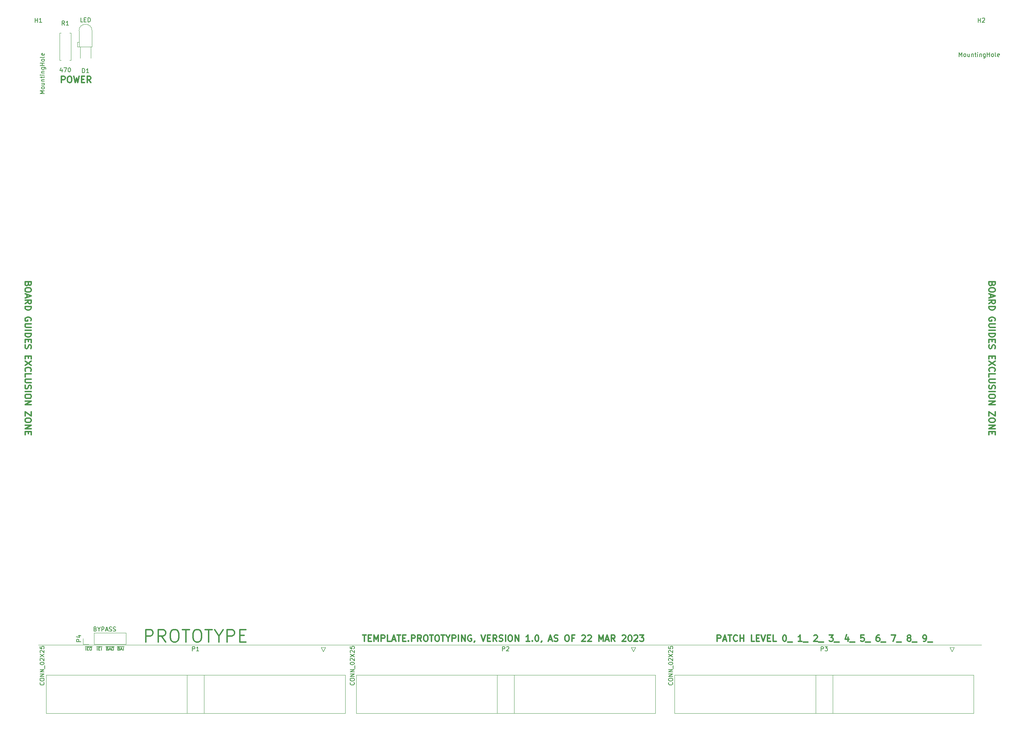
<source format=gbr>
%TF.GenerationSoftware,KiCad,Pcbnew,(6.0.11)*%
%TF.CreationDate,2023-09-03T08:35:34-04:00*%
%TF.ProjectId,template.prototyping,74656d70-6c61-4746-952e-70726f746f74,rev?*%
%TF.SameCoordinates,Original*%
%TF.FileFunction,Legend,Top*%
%TF.FilePolarity,Positive*%
%FSLAX46Y46*%
G04 Gerber Fmt 4.6, Leading zero omitted, Abs format (unit mm)*
G04 Created by KiCad (PCBNEW (6.0.11)) date 2023-09-03 08:35:34*
%MOMM*%
%LPD*%
G01*
G04 APERTURE LIST*
%ADD10C,0.120000*%
%ADD11C,0.300000*%
%ADD12C,0.175000*%
%ADD13C,0.150000*%
G04 APERTURE END LIST*
D10*
X40000000Y-220000000D02*
X265000000Y-220000000D01*
D11*
X267607142Y-133785714D02*
X267535714Y-134000000D01*
X267464285Y-134071428D01*
X267321428Y-134142857D01*
X267107142Y-134142857D01*
X266964285Y-134071428D01*
X266892857Y-134000000D01*
X266821428Y-133857142D01*
X266821428Y-133285714D01*
X268321428Y-133285714D01*
X268321428Y-133785714D01*
X268250000Y-133928571D01*
X268178571Y-134000000D01*
X268035714Y-134071428D01*
X267892857Y-134071428D01*
X267750000Y-134000000D01*
X267678571Y-133928571D01*
X267607142Y-133785714D01*
X267607142Y-133285714D01*
X268321428Y-135071428D02*
X268321428Y-135357142D01*
X268250000Y-135500000D01*
X268107142Y-135642857D01*
X267821428Y-135714285D01*
X267321428Y-135714285D01*
X267035714Y-135642857D01*
X266892857Y-135500000D01*
X266821428Y-135357142D01*
X266821428Y-135071428D01*
X266892857Y-134928571D01*
X267035714Y-134785714D01*
X267321428Y-134714285D01*
X267821428Y-134714285D01*
X268107142Y-134785714D01*
X268250000Y-134928571D01*
X268321428Y-135071428D01*
X267250000Y-136285714D02*
X267250000Y-137000000D01*
X266821428Y-136142857D02*
X268321428Y-136642857D01*
X266821428Y-137142857D01*
X266821428Y-138500000D02*
X267535714Y-138000000D01*
X266821428Y-137642857D02*
X268321428Y-137642857D01*
X268321428Y-138214285D01*
X268250000Y-138357142D01*
X268178571Y-138428571D01*
X268035714Y-138500000D01*
X267821428Y-138500000D01*
X267678571Y-138428571D01*
X267607142Y-138357142D01*
X267535714Y-138214285D01*
X267535714Y-137642857D01*
X266821428Y-139142857D02*
X268321428Y-139142857D01*
X268321428Y-139500000D01*
X268250000Y-139714285D01*
X268107142Y-139857142D01*
X267964285Y-139928571D01*
X267678571Y-140000000D01*
X267464285Y-140000000D01*
X267178571Y-139928571D01*
X267035714Y-139857142D01*
X266892857Y-139714285D01*
X266821428Y-139500000D01*
X266821428Y-139142857D01*
X268250000Y-142571428D02*
X268321428Y-142428571D01*
X268321428Y-142214285D01*
X268250000Y-142000000D01*
X268107142Y-141857142D01*
X267964285Y-141785714D01*
X267678571Y-141714285D01*
X267464285Y-141714285D01*
X267178571Y-141785714D01*
X267035714Y-141857142D01*
X266892857Y-142000000D01*
X266821428Y-142214285D01*
X266821428Y-142357142D01*
X266892857Y-142571428D01*
X266964285Y-142642857D01*
X267464285Y-142642857D01*
X267464285Y-142357142D01*
X268321428Y-143285714D02*
X267107142Y-143285714D01*
X266964285Y-143357142D01*
X266892857Y-143428571D01*
X266821428Y-143571428D01*
X266821428Y-143857142D01*
X266892857Y-144000000D01*
X266964285Y-144071428D01*
X267107142Y-144142857D01*
X268321428Y-144142857D01*
X266821428Y-144857142D02*
X268321428Y-144857142D01*
X266821428Y-145571428D02*
X268321428Y-145571428D01*
X268321428Y-145928571D01*
X268250000Y-146142857D01*
X268107142Y-146285714D01*
X267964285Y-146357142D01*
X267678571Y-146428571D01*
X267464285Y-146428571D01*
X267178571Y-146357142D01*
X267035714Y-146285714D01*
X266892857Y-146142857D01*
X266821428Y-145928571D01*
X266821428Y-145571428D01*
X267607142Y-147071428D02*
X267607142Y-147571428D01*
X266821428Y-147785714D02*
X266821428Y-147071428D01*
X268321428Y-147071428D01*
X268321428Y-147785714D01*
X266892857Y-148357142D02*
X266821428Y-148571428D01*
X266821428Y-148928571D01*
X266892857Y-149071428D01*
X266964285Y-149142857D01*
X267107142Y-149214285D01*
X267250000Y-149214285D01*
X267392857Y-149142857D01*
X267464285Y-149071428D01*
X267535714Y-148928571D01*
X267607142Y-148642857D01*
X267678571Y-148500000D01*
X267750000Y-148428571D01*
X267892857Y-148357142D01*
X268035714Y-148357142D01*
X268178571Y-148428571D01*
X268250000Y-148500000D01*
X268321428Y-148642857D01*
X268321428Y-149000000D01*
X268250000Y-149214285D01*
X267607142Y-151000000D02*
X267607142Y-151500000D01*
X266821428Y-151714285D02*
X266821428Y-151000000D01*
X268321428Y-151000000D01*
X268321428Y-151714285D01*
X268321428Y-152214285D02*
X266821428Y-153214285D01*
X268321428Y-153214285D02*
X266821428Y-152214285D01*
X266964285Y-154642857D02*
X266892857Y-154571428D01*
X266821428Y-154357142D01*
X266821428Y-154214285D01*
X266892857Y-154000000D01*
X267035714Y-153857142D01*
X267178571Y-153785714D01*
X267464285Y-153714285D01*
X267678571Y-153714285D01*
X267964285Y-153785714D01*
X268107142Y-153857142D01*
X268250000Y-154000000D01*
X268321428Y-154214285D01*
X268321428Y-154357142D01*
X268250000Y-154571428D01*
X268178571Y-154642857D01*
X266821428Y-156000000D02*
X266821428Y-155285714D01*
X268321428Y-155285714D01*
X268321428Y-156500000D02*
X267107142Y-156500000D01*
X266964285Y-156571428D01*
X266892857Y-156642857D01*
X266821428Y-156785714D01*
X266821428Y-157071428D01*
X266892857Y-157214285D01*
X266964285Y-157285714D01*
X267107142Y-157357142D01*
X268321428Y-157357142D01*
X266892857Y-158000000D02*
X266821428Y-158214285D01*
X266821428Y-158571428D01*
X266892857Y-158714285D01*
X266964285Y-158785714D01*
X267107142Y-158857142D01*
X267250000Y-158857142D01*
X267392857Y-158785714D01*
X267464285Y-158714285D01*
X267535714Y-158571428D01*
X267607142Y-158285714D01*
X267678571Y-158142857D01*
X267750000Y-158071428D01*
X267892857Y-158000000D01*
X268035714Y-158000000D01*
X268178571Y-158071428D01*
X268250000Y-158142857D01*
X268321428Y-158285714D01*
X268321428Y-158642857D01*
X268250000Y-158857142D01*
X266821428Y-159500000D02*
X268321428Y-159500000D01*
X268321428Y-160500000D02*
X268321428Y-160785714D01*
X268250000Y-160928571D01*
X268107142Y-161071428D01*
X267821428Y-161142857D01*
X267321428Y-161142857D01*
X267035714Y-161071428D01*
X266892857Y-160928571D01*
X266821428Y-160785714D01*
X266821428Y-160500000D01*
X266892857Y-160357142D01*
X267035714Y-160214285D01*
X267321428Y-160142857D01*
X267821428Y-160142857D01*
X268107142Y-160214285D01*
X268250000Y-160357142D01*
X268321428Y-160500000D01*
X266821428Y-161785714D02*
X268321428Y-161785714D01*
X266821428Y-162642857D01*
X268321428Y-162642857D01*
X268321428Y-164357142D02*
X268321428Y-165357142D01*
X266821428Y-164357142D01*
X266821428Y-165357142D01*
X268321428Y-166214285D02*
X268321428Y-166500000D01*
X268250000Y-166642857D01*
X268107142Y-166785714D01*
X267821428Y-166857142D01*
X267321428Y-166857142D01*
X267035714Y-166785714D01*
X266892857Y-166642857D01*
X266821428Y-166500000D01*
X266821428Y-166214285D01*
X266892857Y-166071428D01*
X267035714Y-165928571D01*
X267321428Y-165857142D01*
X267821428Y-165857142D01*
X268107142Y-165928571D01*
X268250000Y-166071428D01*
X268321428Y-166214285D01*
X266821428Y-167500000D02*
X268321428Y-167500000D01*
X266821428Y-168357142D01*
X268321428Y-168357142D01*
X267607142Y-169071428D02*
X267607142Y-169571428D01*
X266821428Y-169785714D02*
X266821428Y-169071428D01*
X268321428Y-169071428D01*
X268321428Y-169785714D01*
X37607142Y-133785714D02*
X37535714Y-134000000D01*
X37464285Y-134071428D01*
X37321428Y-134142857D01*
X37107142Y-134142857D01*
X36964285Y-134071428D01*
X36892857Y-134000000D01*
X36821428Y-133857142D01*
X36821428Y-133285714D01*
X38321428Y-133285714D01*
X38321428Y-133785714D01*
X38250000Y-133928571D01*
X38178571Y-134000000D01*
X38035714Y-134071428D01*
X37892857Y-134071428D01*
X37750000Y-134000000D01*
X37678571Y-133928571D01*
X37607142Y-133785714D01*
X37607142Y-133285714D01*
X38321428Y-135071428D02*
X38321428Y-135357142D01*
X38250000Y-135500000D01*
X38107142Y-135642857D01*
X37821428Y-135714285D01*
X37321428Y-135714285D01*
X37035714Y-135642857D01*
X36892857Y-135500000D01*
X36821428Y-135357142D01*
X36821428Y-135071428D01*
X36892857Y-134928571D01*
X37035714Y-134785714D01*
X37321428Y-134714285D01*
X37821428Y-134714285D01*
X38107142Y-134785714D01*
X38250000Y-134928571D01*
X38321428Y-135071428D01*
X37250000Y-136285714D02*
X37250000Y-137000000D01*
X36821428Y-136142857D02*
X38321428Y-136642857D01*
X36821428Y-137142857D01*
X36821428Y-138500000D02*
X37535714Y-138000000D01*
X36821428Y-137642857D02*
X38321428Y-137642857D01*
X38321428Y-138214285D01*
X38250000Y-138357142D01*
X38178571Y-138428571D01*
X38035714Y-138500000D01*
X37821428Y-138500000D01*
X37678571Y-138428571D01*
X37607142Y-138357142D01*
X37535714Y-138214285D01*
X37535714Y-137642857D01*
X36821428Y-139142857D02*
X38321428Y-139142857D01*
X38321428Y-139500000D01*
X38250000Y-139714285D01*
X38107142Y-139857142D01*
X37964285Y-139928571D01*
X37678571Y-140000000D01*
X37464285Y-140000000D01*
X37178571Y-139928571D01*
X37035714Y-139857142D01*
X36892857Y-139714285D01*
X36821428Y-139500000D01*
X36821428Y-139142857D01*
X38250000Y-142571428D02*
X38321428Y-142428571D01*
X38321428Y-142214285D01*
X38250000Y-142000000D01*
X38107142Y-141857142D01*
X37964285Y-141785714D01*
X37678571Y-141714285D01*
X37464285Y-141714285D01*
X37178571Y-141785714D01*
X37035714Y-141857142D01*
X36892857Y-142000000D01*
X36821428Y-142214285D01*
X36821428Y-142357142D01*
X36892857Y-142571428D01*
X36964285Y-142642857D01*
X37464285Y-142642857D01*
X37464285Y-142357142D01*
X38321428Y-143285714D02*
X37107142Y-143285714D01*
X36964285Y-143357142D01*
X36892857Y-143428571D01*
X36821428Y-143571428D01*
X36821428Y-143857142D01*
X36892857Y-144000000D01*
X36964285Y-144071428D01*
X37107142Y-144142857D01*
X38321428Y-144142857D01*
X36821428Y-144857142D02*
X38321428Y-144857142D01*
X36821428Y-145571428D02*
X38321428Y-145571428D01*
X38321428Y-145928571D01*
X38250000Y-146142857D01*
X38107142Y-146285714D01*
X37964285Y-146357142D01*
X37678571Y-146428571D01*
X37464285Y-146428571D01*
X37178571Y-146357142D01*
X37035714Y-146285714D01*
X36892857Y-146142857D01*
X36821428Y-145928571D01*
X36821428Y-145571428D01*
X37607142Y-147071428D02*
X37607142Y-147571428D01*
X36821428Y-147785714D02*
X36821428Y-147071428D01*
X38321428Y-147071428D01*
X38321428Y-147785714D01*
X36892857Y-148357142D02*
X36821428Y-148571428D01*
X36821428Y-148928571D01*
X36892857Y-149071428D01*
X36964285Y-149142857D01*
X37107142Y-149214285D01*
X37250000Y-149214285D01*
X37392857Y-149142857D01*
X37464285Y-149071428D01*
X37535714Y-148928571D01*
X37607142Y-148642857D01*
X37678571Y-148500000D01*
X37750000Y-148428571D01*
X37892857Y-148357142D01*
X38035714Y-148357142D01*
X38178571Y-148428571D01*
X38250000Y-148500000D01*
X38321428Y-148642857D01*
X38321428Y-149000000D01*
X38250000Y-149214285D01*
X37607142Y-151000000D02*
X37607142Y-151500000D01*
X36821428Y-151714285D02*
X36821428Y-151000000D01*
X38321428Y-151000000D01*
X38321428Y-151714285D01*
X38321428Y-152214285D02*
X36821428Y-153214285D01*
X38321428Y-153214285D02*
X36821428Y-152214285D01*
X36964285Y-154642857D02*
X36892857Y-154571428D01*
X36821428Y-154357142D01*
X36821428Y-154214285D01*
X36892857Y-154000000D01*
X37035714Y-153857142D01*
X37178571Y-153785714D01*
X37464285Y-153714285D01*
X37678571Y-153714285D01*
X37964285Y-153785714D01*
X38107142Y-153857142D01*
X38250000Y-154000000D01*
X38321428Y-154214285D01*
X38321428Y-154357142D01*
X38250000Y-154571428D01*
X38178571Y-154642857D01*
X36821428Y-156000000D02*
X36821428Y-155285714D01*
X38321428Y-155285714D01*
X38321428Y-156500000D02*
X37107142Y-156500000D01*
X36964285Y-156571428D01*
X36892857Y-156642857D01*
X36821428Y-156785714D01*
X36821428Y-157071428D01*
X36892857Y-157214285D01*
X36964285Y-157285714D01*
X37107142Y-157357142D01*
X38321428Y-157357142D01*
X36892857Y-158000000D02*
X36821428Y-158214285D01*
X36821428Y-158571428D01*
X36892857Y-158714285D01*
X36964285Y-158785714D01*
X37107142Y-158857142D01*
X37250000Y-158857142D01*
X37392857Y-158785714D01*
X37464285Y-158714285D01*
X37535714Y-158571428D01*
X37607142Y-158285714D01*
X37678571Y-158142857D01*
X37750000Y-158071428D01*
X37892857Y-158000000D01*
X38035714Y-158000000D01*
X38178571Y-158071428D01*
X38250000Y-158142857D01*
X38321428Y-158285714D01*
X38321428Y-158642857D01*
X38250000Y-158857142D01*
X36821428Y-159500000D02*
X38321428Y-159500000D01*
X38321428Y-160500000D02*
X38321428Y-160785714D01*
X38250000Y-160928571D01*
X38107142Y-161071428D01*
X37821428Y-161142857D01*
X37321428Y-161142857D01*
X37035714Y-161071428D01*
X36892857Y-160928571D01*
X36821428Y-160785714D01*
X36821428Y-160500000D01*
X36892857Y-160357142D01*
X37035714Y-160214285D01*
X37321428Y-160142857D01*
X37821428Y-160142857D01*
X38107142Y-160214285D01*
X38250000Y-160357142D01*
X38321428Y-160500000D01*
X36821428Y-161785714D02*
X38321428Y-161785714D01*
X36821428Y-162642857D01*
X38321428Y-162642857D01*
X38321428Y-164357142D02*
X38321428Y-165357142D01*
X36821428Y-164357142D01*
X36821428Y-165357142D01*
X38321428Y-166214285D02*
X38321428Y-166500000D01*
X38250000Y-166642857D01*
X38107142Y-166785714D01*
X37821428Y-166857142D01*
X37321428Y-166857142D01*
X37035714Y-166785714D01*
X36892857Y-166642857D01*
X36821428Y-166500000D01*
X36821428Y-166214285D01*
X36892857Y-166071428D01*
X37035714Y-165928571D01*
X37321428Y-165857142D01*
X37821428Y-165857142D01*
X38107142Y-165928571D01*
X38250000Y-166071428D01*
X38321428Y-166214285D01*
X36821428Y-167500000D02*
X38321428Y-167500000D01*
X36821428Y-168357142D01*
X38321428Y-168357142D01*
X37607142Y-169071428D02*
X37607142Y-169571428D01*
X36821428Y-169785714D02*
X36821428Y-169071428D01*
X38321428Y-169071428D01*
X38321428Y-169785714D01*
X45535714Y-85678571D02*
X45535714Y-84178571D01*
X46107142Y-84178571D01*
X46250000Y-84250000D01*
X46321428Y-84321428D01*
X46392857Y-84464285D01*
X46392857Y-84678571D01*
X46321428Y-84821428D01*
X46250000Y-84892857D01*
X46107142Y-84964285D01*
X45535714Y-84964285D01*
X47321428Y-84178571D02*
X47607142Y-84178571D01*
X47750000Y-84250000D01*
X47892857Y-84392857D01*
X47964285Y-84678571D01*
X47964285Y-85178571D01*
X47892857Y-85464285D01*
X47750000Y-85607142D01*
X47607142Y-85678571D01*
X47321428Y-85678571D01*
X47178571Y-85607142D01*
X47035714Y-85464285D01*
X46964285Y-85178571D01*
X46964285Y-84678571D01*
X47035714Y-84392857D01*
X47178571Y-84250000D01*
X47321428Y-84178571D01*
X48464285Y-84178571D02*
X48821428Y-85678571D01*
X49107142Y-84607142D01*
X49392857Y-85678571D01*
X49750000Y-84178571D01*
X50321428Y-84892857D02*
X50821428Y-84892857D01*
X51035714Y-85678571D02*
X50321428Y-85678571D01*
X50321428Y-84178571D01*
X51035714Y-84178571D01*
X52535714Y-85678571D02*
X52035714Y-84964285D01*
X51678571Y-85678571D02*
X51678571Y-84178571D01*
X52250000Y-84178571D01*
X52392857Y-84250000D01*
X52464285Y-84321428D01*
X52535714Y-84464285D01*
X52535714Y-84678571D01*
X52464285Y-84821428D01*
X52392857Y-84892857D01*
X52250000Y-84964285D01*
X51678571Y-84964285D01*
D12*
X53908000Y-220419000D02*
X54241333Y-220419000D01*
X54074666Y-221316666D02*
X54074666Y-220616666D01*
X54241333Y-220419000D02*
X54874666Y-220419000D01*
X54408000Y-220950000D02*
X54641333Y-220950000D01*
X54741333Y-221316666D02*
X54408000Y-221316666D01*
X54408000Y-220616666D01*
X54741333Y-220616666D01*
X54874666Y-220419000D02*
X55208000Y-220419000D01*
X55041333Y-221316666D02*
X55041333Y-220616666D01*
X56081333Y-220419000D02*
X56781333Y-220419000D01*
X56481333Y-220950000D02*
X56581333Y-220983333D01*
X56614666Y-221016666D01*
X56648000Y-221083333D01*
X56648000Y-221183333D01*
X56614666Y-221250000D01*
X56581333Y-221283333D01*
X56514666Y-221316666D01*
X56248000Y-221316666D01*
X56248000Y-220616666D01*
X56481333Y-220616666D01*
X56548000Y-220650000D01*
X56581333Y-220683333D01*
X56614666Y-220750000D01*
X56614666Y-220816666D01*
X56581333Y-220883333D01*
X56548000Y-220916666D01*
X56481333Y-220950000D01*
X56248000Y-220950000D01*
X56781333Y-220419000D02*
X57381333Y-220419000D01*
X56914666Y-221116666D02*
X57248000Y-221116666D01*
X56848000Y-221316666D02*
X57081333Y-220616666D01*
X57314666Y-221316666D01*
X57381333Y-220419000D02*
X58114666Y-220419000D01*
X57681333Y-220616666D02*
X57814666Y-220616666D01*
X57881333Y-220650000D01*
X57948000Y-220716666D01*
X57981333Y-220850000D01*
X57981333Y-221083333D01*
X57948000Y-221216666D01*
X57881333Y-221283333D01*
X57814666Y-221316666D01*
X57681333Y-221316666D01*
X57614666Y-221283333D01*
X57548000Y-221216666D01*
X57514666Y-221083333D01*
X57514666Y-220850000D01*
X57548000Y-220716666D01*
X57614666Y-220650000D01*
X57681333Y-220616666D01*
X58821333Y-220419000D02*
X59521333Y-220419000D01*
X59221333Y-220950000D02*
X59321333Y-220983333D01*
X59354666Y-221016666D01*
X59388000Y-221083333D01*
X59388000Y-221183333D01*
X59354666Y-221250000D01*
X59321333Y-221283333D01*
X59254666Y-221316666D01*
X58988000Y-221316666D01*
X58988000Y-220616666D01*
X59221333Y-220616666D01*
X59288000Y-220650000D01*
X59321333Y-220683333D01*
X59354666Y-220750000D01*
X59354666Y-220816666D01*
X59321333Y-220883333D01*
X59288000Y-220916666D01*
X59221333Y-220950000D01*
X58988000Y-220950000D01*
X59521333Y-220419000D02*
X60121333Y-220419000D01*
X59654666Y-221116666D02*
X59988000Y-221116666D01*
X59588000Y-221316666D02*
X59821333Y-220616666D01*
X60054666Y-221316666D01*
X60121333Y-220419000D02*
X60454666Y-220419000D01*
X60288000Y-221316666D02*
X60288000Y-220616666D01*
D11*
X65642857Y-219357142D02*
X65642857Y-216357142D01*
X66785714Y-216357142D01*
X67071428Y-216500000D01*
X67214285Y-216642857D01*
X67357142Y-216928571D01*
X67357142Y-217357142D01*
X67214285Y-217642857D01*
X67071428Y-217785714D01*
X66785714Y-217928571D01*
X65642857Y-217928571D01*
X70357142Y-219357142D02*
X69357142Y-217928571D01*
X68642857Y-219357142D02*
X68642857Y-216357142D01*
X69785714Y-216357142D01*
X70071428Y-216500000D01*
X70214285Y-216642857D01*
X70357142Y-216928571D01*
X70357142Y-217357142D01*
X70214285Y-217642857D01*
X70071428Y-217785714D01*
X69785714Y-217928571D01*
X68642857Y-217928571D01*
X72214285Y-216357142D02*
X72785714Y-216357142D01*
X73071428Y-216500000D01*
X73357142Y-216785714D01*
X73500000Y-217357142D01*
X73500000Y-218357142D01*
X73357142Y-218928571D01*
X73071428Y-219214285D01*
X72785714Y-219357142D01*
X72214285Y-219357142D01*
X71928571Y-219214285D01*
X71642857Y-218928571D01*
X71500000Y-218357142D01*
X71500000Y-217357142D01*
X71642857Y-216785714D01*
X71928571Y-216500000D01*
X72214285Y-216357142D01*
X74357142Y-216357142D02*
X76071428Y-216357142D01*
X75214285Y-219357142D02*
X75214285Y-216357142D01*
X77642857Y-216357142D02*
X78214285Y-216357142D01*
X78500000Y-216500000D01*
X78785714Y-216785714D01*
X78928571Y-217357142D01*
X78928571Y-218357142D01*
X78785714Y-218928571D01*
X78500000Y-219214285D01*
X78214285Y-219357142D01*
X77642857Y-219357142D01*
X77357142Y-219214285D01*
X77071428Y-218928571D01*
X76928571Y-218357142D01*
X76928571Y-217357142D01*
X77071428Y-216785714D01*
X77357142Y-216500000D01*
X77642857Y-216357142D01*
X79785714Y-216357142D02*
X81500000Y-216357142D01*
X80642857Y-219357142D02*
X80642857Y-216357142D01*
X83071428Y-217928571D02*
X83071428Y-219357142D01*
X82071428Y-216357142D02*
X83071428Y-217928571D01*
X84071428Y-216357142D01*
X85071428Y-219357142D02*
X85071428Y-216357142D01*
X86214285Y-216357142D01*
X86500000Y-216500000D01*
X86642857Y-216642857D01*
X86785714Y-216928571D01*
X86785714Y-217357142D01*
X86642857Y-217642857D01*
X86500000Y-217785714D01*
X86214285Y-217928571D01*
X85071428Y-217928571D01*
X88071428Y-217785714D02*
X89071428Y-217785714D01*
X89500000Y-219357142D02*
X88071428Y-219357142D01*
X88071428Y-216357142D01*
X89500000Y-216357142D01*
D12*
X51150000Y-220419000D02*
X51483333Y-220419000D01*
X51316666Y-221316666D02*
X51316666Y-220616666D01*
X51483333Y-220419000D02*
X52116666Y-220419000D01*
X51650000Y-220950000D02*
X51883333Y-220950000D01*
X51983333Y-221316666D02*
X51650000Y-221316666D01*
X51650000Y-220616666D01*
X51983333Y-220616666D01*
X52116666Y-220419000D02*
X52850000Y-220419000D01*
X52416666Y-220616666D02*
X52550000Y-220616666D01*
X52616666Y-220650000D01*
X52683333Y-220716666D01*
X52716666Y-220850000D01*
X52716666Y-221083333D01*
X52683333Y-221216666D01*
X52616666Y-221283333D01*
X52550000Y-221316666D01*
X52416666Y-221316666D01*
X52350000Y-221283333D01*
X52283333Y-221216666D01*
X52250000Y-221083333D01*
X52250000Y-220850000D01*
X52283333Y-220716666D01*
X52350000Y-220650000D01*
X52416666Y-220616666D01*
D11*
X117392857Y-217678571D02*
X118250000Y-217678571D01*
X117821428Y-219178571D02*
X117821428Y-217678571D01*
X118750000Y-218392857D02*
X119250000Y-218392857D01*
X119464285Y-219178571D02*
X118750000Y-219178571D01*
X118750000Y-217678571D01*
X119464285Y-217678571D01*
X120107142Y-219178571D02*
X120107142Y-217678571D01*
X120607142Y-218750000D01*
X121107142Y-217678571D01*
X121107142Y-219178571D01*
X121821428Y-219178571D02*
X121821428Y-217678571D01*
X122392857Y-217678571D01*
X122535714Y-217750000D01*
X122607142Y-217821428D01*
X122678571Y-217964285D01*
X122678571Y-218178571D01*
X122607142Y-218321428D01*
X122535714Y-218392857D01*
X122392857Y-218464285D01*
X121821428Y-218464285D01*
X124035714Y-219178571D02*
X123321428Y-219178571D01*
X123321428Y-217678571D01*
X124464285Y-218750000D02*
X125178571Y-218750000D01*
X124321428Y-219178571D02*
X124821428Y-217678571D01*
X125321428Y-219178571D01*
X125607142Y-217678571D02*
X126464285Y-217678571D01*
X126035714Y-219178571D02*
X126035714Y-217678571D01*
X126964285Y-218392857D02*
X127464285Y-218392857D01*
X127678571Y-219178571D02*
X126964285Y-219178571D01*
X126964285Y-217678571D01*
X127678571Y-217678571D01*
X128321428Y-219035714D02*
X128392857Y-219107142D01*
X128321428Y-219178571D01*
X128250000Y-219107142D01*
X128321428Y-219035714D01*
X128321428Y-219178571D01*
X129035714Y-219178571D02*
X129035714Y-217678571D01*
X129607142Y-217678571D01*
X129750000Y-217750000D01*
X129821428Y-217821428D01*
X129892857Y-217964285D01*
X129892857Y-218178571D01*
X129821428Y-218321428D01*
X129750000Y-218392857D01*
X129607142Y-218464285D01*
X129035714Y-218464285D01*
X131392857Y-219178571D02*
X130892857Y-218464285D01*
X130535714Y-219178571D02*
X130535714Y-217678571D01*
X131107142Y-217678571D01*
X131250000Y-217750000D01*
X131321428Y-217821428D01*
X131392857Y-217964285D01*
X131392857Y-218178571D01*
X131321428Y-218321428D01*
X131250000Y-218392857D01*
X131107142Y-218464285D01*
X130535714Y-218464285D01*
X132321428Y-217678571D02*
X132607142Y-217678571D01*
X132750000Y-217750000D01*
X132892857Y-217892857D01*
X132964285Y-218178571D01*
X132964285Y-218678571D01*
X132892857Y-218964285D01*
X132750000Y-219107142D01*
X132607142Y-219178571D01*
X132321428Y-219178571D01*
X132178571Y-219107142D01*
X132035714Y-218964285D01*
X131964285Y-218678571D01*
X131964285Y-218178571D01*
X132035714Y-217892857D01*
X132178571Y-217750000D01*
X132321428Y-217678571D01*
X133392857Y-217678571D02*
X134250000Y-217678571D01*
X133821428Y-219178571D02*
X133821428Y-217678571D01*
X135035714Y-217678571D02*
X135321428Y-217678571D01*
X135464285Y-217750000D01*
X135607142Y-217892857D01*
X135678571Y-218178571D01*
X135678571Y-218678571D01*
X135607142Y-218964285D01*
X135464285Y-219107142D01*
X135321428Y-219178571D01*
X135035714Y-219178571D01*
X134892857Y-219107142D01*
X134750000Y-218964285D01*
X134678571Y-218678571D01*
X134678571Y-218178571D01*
X134750000Y-217892857D01*
X134892857Y-217750000D01*
X135035714Y-217678571D01*
X136107142Y-217678571D02*
X136964285Y-217678571D01*
X136535714Y-219178571D02*
X136535714Y-217678571D01*
X137750000Y-218464285D02*
X137750000Y-219178571D01*
X137250000Y-217678571D02*
X137750000Y-218464285D01*
X138250000Y-217678571D01*
X138750000Y-219178571D02*
X138750000Y-217678571D01*
X139321428Y-217678571D01*
X139464285Y-217750000D01*
X139535714Y-217821428D01*
X139607142Y-217964285D01*
X139607142Y-218178571D01*
X139535714Y-218321428D01*
X139464285Y-218392857D01*
X139321428Y-218464285D01*
X138750000Y-218464285D01*
X140250000Y-219178571D02*
X140250000Y-217678571D01*
X140964285Y-219178571D02*
X140964285Y-217678571D01*
X141821428Y-219178571D01*
X141821428Y-217678571D01*
X143321428Y-217750000D02*
X143178571Y-217678571D01*
X142964285Y-217678571D01*
X142750000Y-217750000D01*
X142607142Y-217892857D01*
X142535714Y-218035714D01*
X142464285Y-218321428D01*
X142464285Y-218535714D01*
X142535714Y-218821428D01*
X142607142Y-218964285D01*
X142750000Y-219107142D01*
X142964285Y-219178571D01*
X143107142Y-219178571D01*
X143321428Y-219107142D01*
X143392857Y-219035714D01*
X143392857Y-218535714D01*
X143107142Y-218535714D01*
X144107142Y-219107142D02*
X144107142Y-219178571D01*
X144035714Y-219321428D01*
X143964285Y-219392857D01*
X145678571Y-217678571D02*
X146178571Y-219178571D01*
X146678571Y-217678571D01*
X147178571Y-218392857D02*
X147678571Y-218392857D01*
X147892857Y-219178571D02*
X147178571Y-219178571D01*
X147178571Y-217678571D01*
X147892857Y-217678571D01*
X149392857Y-219178571D02*
X148892857Y-218464285D01*
X148535714Y-219178571D02*
X148535714Y-217678571D01*
X149107142Y-217678571D01*
X149250000Y-217750000D01*
X149321428Y-217821428D01*
X149392857Y-217964285D01*
X149392857Y-218178571D01*
X149321428Y-218321428D01*
X149250000Y-218392857D01*
X149107142Y-218464285D01*
X148535714Y-218464285D01*
X149964285Y-219107142D02*
X150178571Y-219178571D01*
X150535714Y-219178571D01*
X150678571Y-219107142D01*
X150750000Y-219035714D01*
X150821428Y-218892857D01*
X150821428Y-218750000D01*
X150750000Y-218607142D01*
X150678571Y-218535714D01*
X150535714Y-218464285D01*
X150250000Y-218392857D01*
X150107142Y-218321428D01*
X150035714Y-218250000D01*
X149964285Y-218107142D01*
X149964285Y-217964285D01*
X150035714Y-217821428D01*
X150107142Y-217750000D01*
X150250000Y-217678571D01*
X150607142Y-217678571D01*
X150821428Y-217750000D01*
X151464285Y-219178571D02*
X151464285Y-217678571D01*
X152464285Y-217678571D02*
X152750000Y-217678571D01*
X152892857Y-217750000D01*
X153035714Y-217892857D01*
X153107142Y-218178571D01*
X153107142Y-218678571D01*
X153035714Y-218964285D01*
X152892857Y-219107142D01*
X152750000Y-219178571D01*
X152464285Y-219178571D01*
X152321428Y-219107142D01*
X152178571Y-218964285D01*
X152107142Y-218678571D01*
X152107142Y-218178571D01*
X152178571Y-217892857D01*
X152321428Y-217750000D01*
X152464285Y-217678571D01*
X153750000Y-219178571D02*
X153750000Y-217678571D01*
X154607142Y-219178571D01*
X154607142Y-217678571D01*
X157250000Y-219178571D02*
X156392857Y-219178571D01*
X156821428Y-219178571D02*
X156821428Y-217678571D01*
X156678571Y-217892857D01*
X156535714Y-218035714D01*
X156392857Y-218107142D01*
X157892857Y-219035714D02*
X157964285Y-219107142D01*
X157892857Y-219178571D01*
X157821428Y-219107142D01*
X157892857Y-219035714D01*
X157892857Y-219178571D01*
X158892857Y-217678571D02*
X159035714Y-217678571D01*
X159178571Y-217750000D01*
X159250000Y-217821428D01*
X159321428Y-217964285D01*
X159392857Y-218250000D01*
X159392857Y-218607142D01*
X159321428Y-218892857D01*
X159250000Y-219035714D01*
X159178571Y-219107142D01*
X159035714Y-219178571D01*
X158892857Y-219178571D01*
X158750000Y-219107142D01*
X158678571Y-219035714D01*
X158607142Y-218892857D01*
X158535714Y-218607142D01*
X158535714Y-218250000D01*
X158607142Y-217964285D01*
X158678571Y-217821428D01*
X158750000Y-217750000D01*
X158892857Y-217678571D01*
X160107142Y-219107142D02*
X160107142Y-219178571D01*
X160035714Y-219321428D01*
X159964285Y-219392857D01*
X161821428Y-218750000D02*
X162535714Y-218750000D01*
X161678571Y-219178571D02*
X162178571Y-217678571D01*
X162678571Y-219178571D01*
X163107142Y-219107142D02*
X163321428Y-219178571D01*
X163678571Y-219178571D01*
X163821428Y-219107142D01*
X163892857Y-219035714D01*
X163964285Y-218892857D01*
X163964285Y-218750000D01*
X163892857Y-218607142D01*
X163821428Y-218535714D01*
X163678571Y-218464285D01*
X163392857Y-218392857D01*
X163250000Y-218321428D01*
X163178571Y-218250000D01*
X163107142Y-218107142D01*
X163107142Y-217964285D01*
X163178571Y-217821428D01*
X163250000Y-217750000D01*
X163392857Y-217678571D01*
X163750000Y-217678571D01*
X163964285Y-217750000D01*
X166035714Y-217678571D02*
X166321428Y-217678571D01*
X166464285Y-217750000D01*
X166607142Y-217892857D01*
X166678571Y-218178571D01*
X166678571Y-218678571D01*
X166607142Y-218964285D01*
X166464285Y-219107142D01*
X166321428Y-219178571D01*
X166035714Y-219178571D01*
X165892857Y-219107142D01*
X165750000Y-218964285D01*
X165678571Y-218678571D01*
X165678571Y-218178571D01*
X165750000Y-217892857D01*
X165892857Y-217750000D01*
X166035714Y-217678571D01*
X167821428Y-218392857D02*
X167321428Y-218392857D01*
X167321428Y-219178571D02*
X167321428Y-217678571D01*
X168035714Y-217678571D01*
X169678571Y-217821428D02*
X169750000Y-217750000D01*
X169892857Y-217678571D01*
X170250000Y-217678571D01*
X170392857Y-217750000D01*
X170464285Y-217821428D01*
X170535714Y-217964285D01*
X170535714Y-218107142D01*
X170464285Y-218321428D01*
X169607142Y-219178571D01*
X170535714Y-219178571D01*
X171107142Y-217821428D02*
X171178571Y-217750000D01*
X171321428Y-217678571D01*
X171678571Y-217678571D01*
X171821428Y-217750000D01*
X171892857Y-217821428D01*
X171964285Y-217964285D01*
X171964285Y-218107142D01*
X171892857Y-218321428D01*
X171035714Y-219178571D01*
X171964285Y-219178571D01*
X173750000Y-219178571D02*
X173750000Y-217678571D01*
X174250000Y-218750000D01*
X174750000Y-217678571D01*
X174750000Y-219178571D01*
X175392857Y-218750000D02*
X176107142Y-218750000D01*
X175250000Y-219178571D02*
X175750000Y-217678571D01*
X176250000Y-219178571D01*
X177607142Y-219178571D02*
X177107142Y-218464285D01*
X176750000Y-219178571D02*
X176750000Y-217678571D01*
X177321428Y-217678571D01*
X177464285Y-217750000D01*
X177535714Y-217821428D01*
X177607142Y-217964285D01*
X177607142Y-218178571D01*
X177535714Y-218321428D01*
X177464285Y-218392857D01*
X177321428Y-218464285D01*
X176750000Y-218464285D01*
X179321428Y-217821428D02*
X179392857Y-217750000D01*
X179535714Y-217678571D01*
X179892857Y-217678571D01*
X180035714Y-217750000D01*
X180107142Y-217821428D01*
X180178571Y-217964285D01*
X180178571Y-218107142D01*
X180107142Y-218321428D01*
X179250000Y-219178571D01*
X180178571Y-219178571D01*
X181107142Y-217678571D02*
X181250000Y-217678571D01*
X181392857Y-217750000D01*
X181464285Y-217821428D01*
X181535714Y-217964285D01*
X181607142Y-218250000D01*
X181607142Y-218607142D01*
X181535714Y-218892857D01*
X181464285Y-219035714D01*
X181392857Y-219107142D01*
X181250000Y-219178571D01*
X181107142Y-219178571D01*
X180964285Y-219107142D01*
X180892857Y-219035714D01*
X180821428Y-218892857D01*
X180750000Y-218607142D01*
X180750000Y-218250000D01*
X180821428Y-217964285D01*
X180892857Y-217821428D01*
X180964285Y-217750000D01*
X181107142Y-217678571D01*
X182178571Y-217821428D02*
X182250000Y-217750000D01*
X182392857Y-217678571D01*
X182750000Y-217678571D01*
X182892857Y-217750000D01*
X182964285Y-217821428D01*
X183035714Y-217964285D01*
X183035714Y-218107142D01*
X182964285Y-218321428D01*
X182107142Y-219178571D01*
X183035714Y-219178571D01*
X183535714Y-217678571D02*
X184464285Y-217678571D01*
X183964285Y-218250000D01*
X184178571Y-218250000D01*
X184321428Y-218321428D01*
X184392857Y-218392857D01*
X184464285Y-218535714D01*
X184464285Y-218892857D01*
X184392857Y-219035714D01*
X184321428Y-219107142D01*
X184178571Y-219178571D01*
X183750000Y-219178571D01*
X183607142Y-219107142D01*
X183535714Y-219035714D01*
X202000000Y-219178571D02*
X202000000Y-217678571D01*
X202571428Y-217678571D01*
X202714285Y-217750000D01*
X202785714Y-217821428D01*
X202857142Y-217964285D01*
X202857142Y-218178571D01*
X202785714Y-218321428D01*
X202714285Y-218392857D01*
X202571428Y-218464285D01*
X202000000Y-218464285D01*
X203428571Y-218750000D02*
X204142857Y-218750000D01*
X203285714Y-219178571D02*
X203785714Y-217678571D01*
X204285714Y-219178571D01*
X204571428Y-217678571D02*
X205428571Y-217678571D01*
X205000000Y-219178571D02*
X205000000Y-217678571D01*
X206785714Y-219035714D02*
X206714285Y-219107142D01*
X206500000Y-219178571D01*
X206357142Y-219178571D01*
X206142857Y-219107142D01*
X206000000Y-218964285D01*
X205928571Y-218821428D01*
X205857142Y-218535714D01*
X205857142Y-218321428D01*
X205928571Y-218035714D01*
X206000000Y-217892857D01*
X206142857Y-217750000D01*
X206357142Y-217678571D01*
X206500000Y-217678571D01*
X206714285Y-217750000D01*
X206785714Y-217821428D01*
X207428571Y-219178571D02*
X207428571Y-217678571D01*
X207428571Y-218392857D02*
X208285714Y-218392857D01*
X208285714Y-219178571D02*
X208285714Y-217678571D01*
X210857142Y-219178571D02*
X210142857Y-219178571D01*
X210142857Y-217678571D01*
X211357142Y-218392857D02*
X211857142Y-218392857D01*
X212071428Y-219178571D02*
X211357142Y-219178571D01*
X211357142Y-217678571D01*
X212071428Y-217678571D01*
X212500000Y-217678571D02*
X213000000Y-219178571D01*
X213500000Y-217678571D01*
X214000000Y-218392857D02*
X214500000Y-218392857D01*
X214714285Y-219178571D02*
X214000000Y-219178571D01*
X214000000Y-217678571D01*
X214714285Y-217678571D01*
X216071428Y-219178571D02*
X215357142Y-219178571D01*
X215357142Y-217678571D01*
X218000000Y-217678571D02*
X218142857Y-217678571D01*
X218285714Y-217750000D01*
X218357142Y-217821428D01*
X218428571Y-217964285D01*
X218500000Y-218250000D01*
X218500000Y-218607142D01*
X218428571Y-218892857D01*
X218357142Y-219035714D01*
X218285714Y-219107142D01*
X218142857Y-219178571D01*
X218000000Y-219178571D01*
X217857142Y-219107142D01*
X217785714Y-219035714D01*
X217714285Y-218892857D01*
X217642857Y-218607142D01*
X217642857Y-218250000D01*
X217714285Y-217964285D01*
X217785714Y-217821428D01*
X217857142Y-217750000D01*
X218000000Y-217678571D01*
X218785714Y-219321428D02*
X219928571Y-219321428D01*
X222214285Y-219178571D02*
X221357142Y-219178571D01*
X221785714Y-219178571D02*
X221785714Y-217678571D01*
X221642857Y-217892857D01*
X221500000Y-218035714D01*
X221357142Y-218107142D01*
X222500000Y-219321428D02*
X223642857Y-219321428D01*
X225071428Y-217821428D02*
X225142857Y-217750000D01*
X225285714Y-217678571D01*
X225642857Y-217678571D01*
X225785714Y-217750000D01*
X225857142Y-217821428D01*
X225928571Y-217964285D01*
X225928571Y-218107142D01*
X225857142Y-218321428D01*
X225000000Y-219178571D01*
X225928571Y-219178571D01*
X226214285Y-219321428D02*
X227357142Y-219321428D01*
X228714285Y-217678571D02*
X229642857Y-217678571D01*
X229142857Y-218250000D01*
X229357142Y-218250000D01*
X229500000Y-218321428D01*
X229571428Y-218392857D01*
X229642857Y-218535714D01*
X229642857Y-218892857D01*
X229571428Y-219035714D01*
X229500000Y-219107142D01*
X229357142Y-219178571D01*
X228928571Y-219178571D01*
X228785714Y-219107142D01*
X228714285Y-219035714D01*
X229928571Y-219321428D02*
X231071428Y-219321428D01*
X233214285Y-218178571D02*
X233214285Y-219178571D01*
X232857142Y-217607142D02*
X232500000Y-218678571D01*
X233428571Y-218678571D01*
X233642857Y-219321428D02*
X234785714Y-219321428D01*
X237000000Y-217678571D02*
X236285714Y-217678571D01*
X236214285Y-218392857D01*
X236285714Y-218321428D01*
X236428571Y-218250000D01*
X236785714Y-218250000D01*
X236928571Y-218321428D01*
X237000000Y-218392857D01*
X237071428Y-218535714D01*
X237071428Y-218892857D01*
X237000000Y-219035714D01*
X236928571Y-219107142D01*
X236785714Y-219178571D01*
X236428571Y-219178571D01*
X236285714Y-219107142D01*
X236214285Y-219035714D01*
X237357142Y-219321428D02*
X238499999Y-219321428D01*
X240642857Y-217678571D02*
X240357142Y-217678571D01*
X240214285Y-217750000D01*
X240142857Y-217821428D01*
X239999999Y-218035714D01*
X239928571Y-218321428D01*
X239928571Y-218892857D01*
X239999999Y-219035714D01*
X240071428Y-219107142D01*
X240214285Y-219178571D01*
X240499999Y-219178571D01*
X240642857Y-219107142D01*
X240714285Y-219035714D01*
X240785714Y-218892857D01*
X240785714Y-218535714D01*
X240714285Y-218392857D01*
X240642857Y-218321428D01*
X240499999Y-218250000D01*
X240214285Y-218250000D01*
X240071428Y-218321428D01*
X239999999Y-218392857D01*
X239928571Y-218535714D01*
X241071428Y-219321428D02*
X242214285Y-219321428D01*
X243571428Y-217678571D02*
X244571428Y-217678571D01*
X243928571Y-219178571D01*
X244785714Y-219321428D02*
X245928571Y-219321428D01*
X247642857Y-218321428D02*
X247499999Y-218250000D01*
X247428571Y-218178571D01*
X247357142Y-218035714D01*
X247357142Y-217964285D01*
X247428571Y-217821428D01*
X247499999Y-217750000D01*
X247642857Y-217678571D01*
X247928571Y-217678571D01*
X248071428Y-217750000D01*
X248142857Y-217821428D01*
X248214285Y-217964285D01*
X248214285Y-218035714D01*
X248142857Y-218178571D01*
X248071428Y-218250000D01*
X247928571Y-218321428D01*
X247642857Y-218321428D01*
X247499999Y-218392857D01*
X247428571Y-218464285D01*
X247357142Y-218607142D01*
X247357142Y-218892857D01*
X247428571Y-219035714D01*
X247499999Y-219107142D01*
X247642857Y-219178571D01*
X247928571Y-219178571D01*
X248071428Y-219107142D01*
X248142857Y-219035714D01*
X248214285Y-218892857D01*
X248214285Y-218607142D01*
X248142857Y-218464285D01*
X248071428Y-218392857D01*
X247928571Y-218321428D01*
X248499999Y-219321428D02*
X249642857Y-219321428D01*
X251214285Y-219178571D02*
X251499999Y-219178571D01*
X251642857Y-219107142D01*
X251714285Y-219035714D01*
X251857142Y-218821428D01*
X251928571Y-218535714D01*
X251928571Y-217964285D01*
X251857142Y-217821428D01*
X251785714Y-217750000D01*
X251642857Y-217678571D01*
X251357142Y-217678571D01*
X251214285Y-217750000D01*
X251142857Y-217821428D01*
X251071428Y-217964285D01*
X251071428Y-218321428D01*
X251142857Y-218464285D01*
X251214285Y-218535714D01*
X251357142Y-218607142D01*
X251642857Y-218607142D01*
X251785714Y-218535714D01*
X251857142Y-218464285D01*
X251928571Y-218321428D01*
X252214285Y-219321428D02*
X253357142Y-219321428D01*
D13*
%TO.C,P1*%
X41297142Y-229023809D02*
X41344761Y-229071428D01*
X41392380Y-229214285D01*
X41392380Y-229309523D01*
X41344761Y-229452380D01*
X41249523Y-229547619D01*
X41154285Y-229595238D01*
X40963809Y-229642857D01*
X40820952Y-229642857D01*
X40630476Y-229595238D01*
X40535238Y-229547619D01*
X40440000Y-229452380D01*
X40392380Y-229309523D01*
X40392380Y-229214285D01*
X40440000Y-229071428D01*
X40487619Y-229023809D01*
X40392380Y-228404761D02*
X40392380Y-228214285D01*
X40440000Y-228119047D01*
X40535238Y-228023809D01*
X40725714Y-227976190D01*
X41059047Y-227976190D01*
X41249523Y-228023809D01*
X41344761Y-228119047D01*
X41392380Y-228214285D01*
X41392380Y-228404761D01*
X41344761Y-228500000D01*
X41249523Y-228595238D01*
X41059047Y-228642857D01*
X40725714Y-228642857D01*
X40535238Y-228595238D01*
X40440000Y-228500000D01*
X40392380Y-228404761D01*
X41392380Y-227547619D02*
X40392380Y-227547619D01*
X41392380Y-226976190D01*
X40392380Y-226976190D01*
X41392380Y-226500000D02*
X40392380Y-226500000D01*
X41392380Y-225928571D01*
X40392380Y-225928571D01*
X41487619Y-225690476D02*
X41487619Y-224928571D01*
X40392380Y-224500000D02*
X40392380Y-224404761D01*
X40440000Y-224309523D01*
X40487619Y-224261904D01*
X40582857Y-224214285D01*
X40773333Y-224166666D01*
X41011428Y-224166666D01*
X41201904Y-224214285D01*
X41297142Y-224261904D01*
X41344761Y-224309523D01*
X41392380Y-224404761D01*
X41392380Y-224500000D01*
X41344761Y-224595238D01*
X41297142Y-224642857D01*
X41201904Y-224690476D01*
X41011428Y-224738095D01*
X40773333Y-224738095D01*
X40582857Y-224690476D01*
X40487619Y-224642857D01*
X40440000Y-224595238D01*
X40392380Y-224500000D01*
X40487619Y-223785714D02*
X40440000Y-223738095D01*
X40392380Y-223642857D01*
X40392380Y-223404761D01*
X40440000Y-223309523D01*
X40487619Y-223261904D01*
X40582857Y-223214285D01*
X40678095Y-223214285D01*
X40820952Y-223261904D01*
X41392380Y-223833333D01*
X41392380Y-223214285D01*
X40392380Y-222880952D02*
X41392380Y-222214285D01*
X40392380Y-222214285D02*
X41392380Y-222880952D01*
X40487619Y-221880952D02*
X40440000Y-221833333D01*
X40392380Y-221738095D01*
X40392380Y-221500000D01*
X40440000Y-221404761D01*
X40487619Y-221357142D01*
X40582857Y-221309523D01*
X40678095Y-221309523D01*
X40820952Y-221357142D01*
X41392380Y-221928571D01*
X41392380Y-221309523D01*
X40392380Y-220404761D02*
X40392380Y-220880952D01*
X40868571Y-220928571D01*
X40820952Y-220880952D01*
X40773333Y-220785714D01*
X40773333Y-220547619D01*
X40820952Y-220452380D01*
X40868571Y-220404761D01*
X40963809Y-220357142D01*
X41201904Y-220357142D01*
X41297142Y-220404761D01*
X41344761Y-220452380D01*
X41392380Y-220547619D01*
X41392380Y-220785714D01*
X41344761Y-220880952D01*
X41297142Y-220928571D01*
X76781904Y-221452380D02*
X76781904Y-220452380D01*
X77162857Y-220452380D01*
X77258095Y-220500000D01*
X77305714Y-220547619D01*
X77353333Y-220642857D01*
X77353333Y-220785714D01*
X77305714Y-220880952D01*
X77258095Y-220928571D01*
X77162857Y-220976190D01*
X76781904Y-220976190D01*
X78305714Y-221452380D02*
X77734285Y-221452380D01*
X78020000Y-221452380D02*
X78020000Y-220452380D01*
X77924761Y-220595238D01*
X77829523Y-220690476D01*
X77734285Y-220738095D01*
%TO.C,P2*%
X115297142Y-229023809D02*
X115344761Y-229071428D01*
X115392380Y-229214285D01*
X115392380Y-229309523D01*
X115344761Y-229452380D01*
X115249523Y-229547619D01*
X115154285Y-229595238D01*
X114963809Y-229642857D01*
X114820952Y-229642857D01*
X114630476Y-229595238D01*
X114535238Y-229547619D01*
X114440000Y-229452380D01*
X114392380Y-229309523D01*
X114392380Y-229214285D01*
X114440000Y-229071428D01*
X114487619Y-229023809D01*
X114392380Y-228404761D02*
X114392380Y-228214285D01*
X114440000Y-228119047D01*
X114535238Y-228023809D01*
X114725714Y-227976190D01*
X115059047Y-227976190D01*
X115249523Y-228023809D01*
X115344761Y-228119047D01*
X115392380Y-228214285D01*
X115392380Y-228404761D01*
X115344761Y-228500000D01*
X115249523Y-228595238D01*
X115059047Y-228642857D01*
X114725714Y-228642857D01*
X114535238Y-228595238D01*
X114440000Y-228500000D01*
X114392380Y-228404761D01*
X115392380Y-227547619D02*
X114392380Y-227547619D01*
X115392380Y-226976190D01*
X114392380Y-226976190D01*
X115392380Y-226500000D02*
X114392380Y-226500000D01*
X115392380Y-225928571D01*
X114392380Y-225928571D01*
X115487619Y-225690476D02*
X115487619Y-224928571D01*
X114392380Y-224500000D02*
X114392380Y-224404761D01*
X114440000Y-224309523D01*
X114487619Y-224261904D01*
X114582857Y-224214285D01*
X114773333Y-224166666D01*
X115011428Y-224166666D01*
X115201904Y-224214285D01*
X115297142Y-224261904D01*
X115344761Y-224309523D01*
X115392380Y-224404761D01*
X115392380Y-224500000D01*
X115344761Y-224595238D01*
X115297142Y-224642857D01*
X115201904Y-224690476D01*
X115011428Y-224738095D01*
X114773333Y-224738095D01*
X114582857Y-224690476D01*
X114487619Y-224642857D01*
X114440000Y-224595238D01*
X114392380Y-224500000D01*
X114487619Y-223785714D02*
X114440000Y-223738095D01*
X114392380Y-223642857D01*
X114392380Y-223404761D01*
X114440000Y-223309523D01*
X114487619Y-223261904D01*
X114582857Y-223214285D01*
X114678095Y-223214285D01*
X114820952Y-223261904D01*
X115392380Y-223833333D01*
X115392380Y-223214285D01*
X114392380Y-222880952D02*
X115392380Y-222214285D01*
X114392380Y-222214285D02*
X115392380Y-222880952D01*
X114487619Y-221880952D02*
X114440000Y-221833333D01*
X114392380Y-221738095D01*
X114392380Y-221500000D01*
X114440000Y-221404761D01*
X114487619Y-221357142D01*
X114582857Y-221309523D01*
X114678095Y-221309523D01*
X114820952Y-221357142D01*
X115392380Y-221928571D01*
X115392380Y-221309523D01*
X114392380Y-220404761D02*
X114392380Y-220880952D01*
X114868571Y-220928571D01*
X114820952Y-220880952D01*
X114773333Y-220785714D01*
X114773333Y-220547619D01*
X114820952Y-220452380D01*
X114868571Y-220404761D01*
X114963809Y-220357142D01*
X115201904Y-220357142D01*
X115297142Y-220404761D01*
X115344761Y-220452380D01*
X115392380Y-220547619D01*
X115392380Y-220785714D01*
X115344761Y-220880952D01*
X115297142Y-220928571D01*
X150761904Y-221452380D02*
X150761904Y-220452380D01*
X151142857Y-220452380D01*
X151238095Y-220500000D01*
X151285714Y-220547619D01*
X151333333Y-220642857D01*
X151333333Y-220785714D01*
X151285714Y-220880952D01*
X151238095Y-220928571D01*
X151142857Y-220976190D01*
X150761904Y-220976190D01*
X151714285Y-220547619D02*
X151761904Y-220500000D01*
X151857142Y-220452380D01*
X152095238Y-220452380D01*
X152190476Y-220500000D01*
X152238095Y-220547619D01*
X152285714Y-220642857D01*
X152285714Y-220738095D01*
X152238095Y-220880952D01*
X151666666Y-221452380D01*
X152285714Y-221452380D01*
%TO.C,H1*%
X39238095Y-71252380D02*
X39238095Y-70252380D01*
X39238095Y-70728571D02*
X39809523Y-70728571D01*
X39809523Y-71252380D02*
X39809523Y-70252380D01*
X40809523Y-71252380D02*
X40238095Y-71252380D01*
X40523809Y-71252380D02*
X40523809Y-70252380D01*
X40428571Y-70395238D01*
X40333333Y-70490476D01*
X40238095Y-70538095D01*
X41452380Y-88285714D02*
X40452380Y-88285714D01*
X41166666Y-87952380D01*
X40452380Y-87619047D01*
X41452380Y-87619047D01*
X41452380Y-87000000D02*
X41404761Y-87095238D01*
X41357142Y-87142857D01*
X41261904Y-87190476D01*
X40976190Y-87190476D01*
X40880952Y-87142857D01*
X40833333Y-87095238D01*
X40785714Y-87000000D01*
X40785714Y-86857142D01*
X40833333Y-86761904D01*
X40880952Y-86714285D01*
X40976190Y-86666666D01*
X41261904Y-86666666D01*
X41357142Y-86714285D01*
X41404761Y-86761904D01*
X41452380Y-86857142D01*
X41452380Y-87000000D01*
X40785714Y-85809523D02*
X41452380Y-85809523D01*
X40785714Y-86238095D02*
X41309523Y-86238095D01*
X41404761Y-86190476D01*
X41452380Y-86095238D01*
X41452380Y-85952380D01*
X41404761Y-85857142D01*
X41357142Y-85809523D01*
X40785714Y-85333333D02*
X41452380Y-85333333D01*
X40880952Y-85333333D02*
X40833333Y-85285714D01*
X40785714Y-85190476D01*
X40785714Y-85047619D01*
X40833333Y-84952380D01*
X40928571Y-84904761D01*
X41452380Y-84904761D01*
X40785714Y-84571428D02*
X40785714Y-84190476D01*
X40452380Y-84428571D02*
X41309523Y-84428571D01*
X41404761Y-84380952D01*
X41452380Y-84285714D01*
X41452380Y-84190476D01*
X41452380Y-83857142D02*
X40785714Y-83857142D01*
X40452380Y-83857142D02*
X40500000Y-83904761D01*
X40547619Y-83857142D01*
X40500000Y-83809523D01*
X40452380Y-83857142D01*
X40547619Y-83857142D01*
X40785714Y-83380952D02*
X41452380Y-83380952D01*
X40880952Y-83380952D02*
X40833333Y-83333333D01*
X40785714Y-83238095D01*
X40785714Y-83095238D01*
X40833333Y-83000000D01*
X40928571Y-82952380D01*
X41452380Y-82952380D01*
X40785714Y-82047619D02*
X41595238Y-82047619D01*
X41690476Y-82095238D01*
X41738095Y-82142857D01*
X41785714Y-82238095D01*
X41785714Y-82380952D01*
X41738095Y-82476190D01*
X41404761Y-82047619D02*
X41452380Y-82142857D01*
X41452380Y-82333333D01*
X41404761Y-82428571D01*
X41357142Y-82476190D01*
X41261904Y-82523809D01*
X40976190Y-82523809D01*
X40880952Y-82476190D01*
X40833333Y-82428571D01*
X40785714Y-82333333D01*
X40785714Y-82142857D01*
X40833333Y-82047619D01*
X41452380Y-81571428D02*
X40452380Y-81571428D01*
X40928571Y-81571428D02*
X40928571Y-81000000D01*
X41452380Y-81000000D02*
X40452380Y-81000000D01*
X41452380Y-80380952D02*
X41404761Y-80476190D01*
X41357142Y-80523809D01*
X41261904Y-80571428D01*
X40976190Y-80571428D01*
X40880952Y-80523809D01*
X40833333Y-80476190D01*
X40785714Y-80380952D01*
X40785714Y-80238095D01*
X40833333Y-80142857D01*
X40880952Y-80095238D01*
X40976190Y-80047619D01*
X41261904Y-80047619D01*
X41357142Y-80095238D01*
X41404761Y-80142857D01*
X41452380Y-80238095D01*
X41452380Y-80380952D01*
X41452380Y-79476190D02*
X41404761Y-79571428D01*
X41309523Y-79619047D01*
X40452380Y-79619047D01*
X41404761Y-78714285D02*
X41452380Y-78809523D01*
X41452380Y-79000000D01*
X41404761Y-79095238D01*
X41309523Y-79142857D01*
X40928571Y-79142857D01*
X40833333Y-79095238D01*
X40785714Y-79000000D01*
X40785714Y-78809523D01*
X40833333Y-78714285D01*
X40928571Y-78666666D01*
X41023809Y-78666666D01*
X41119047Y-79142857D01*
%TO.C,H2*%
X264238095Y-71252380D02*
X264238095Y-70252380D01*
X264238095Y-70728571D02*
X264809523Y-70728571D01*
X264809523Y-71252380D02*
X264809523Y-70252380D01*
X265238095Y-70347619D02*
X265285714Y-70300000D01*
X265380952Y-70252380D01*
X265619047Y-70252380D01*
X265714285Y-70300000D01*
X265761904Y-70347619D01*
X265809523Y-70442857D01*
X265809523Y-70538095D01*
X265761904Y-70680952D01*
X265190476Y-71252380D01*
X265809523Y-71252380D01*
X259714285Y-79452380D02*
X259714285Y-78452380D01*
X260047619Y-79166666D01*
X260380952Y-78452380D01*
X260380952Y-79452380D01*
X261000000Y-79452380D02*
X260904761Y-79404761D01*
X260857142Y-79357142D01*
X260809523Y-79261904D01*
X260809523Y-78976190D01*
X260857142Y-78880952D01*
X260904761Y-78833333D01*
X261000000Y-78785714D01*
X261142857Y-78785714D01*
X261238095Y-78833333D01*
X261285714Y-78880952D01*
X261333333Y-78976190D01*
X261333333Y-79261904D01*
X261285714Y-79357142D01*
X261238095Y-79404761D01*
X261142857Y-79452380D01*
X261000000Y-79452380D01*
X262190476Y-78785714D02*
X262190476Y-79452380D01*
X261761904Y-78785714D02*
X261761904Y-79309523D01*
X261809523Y-79404761D01*
X261904761Y-79452380D01*
X262047619Y-79452380D01*
X262142857Y-79404761D01*
X262190476Y-79357142D01*
X262666666Y-78785714D02*
X262666666Y-79452380D01*
X262666666Y-78880952D02*
X262714285Y-78833333D01*
X262809523Y-78785714D01*
X262952380Y-78785714D01*
X263047619Y-78833333D01*
X263095238Y-78928571D01*
X263095238Y-79452380D01*
X263428571Y-78785714D02*
X263809523Y-78785714D01*
X263571428Y-78452380D02*
X263571428Y-79309523D01*
X263619047Y-79404761D01*
X263714285Y-79452380D01*
X263809523Y-79452380D01*
X264142857Y-79452380D02*
X264142857Y-78785714D01*
X264142857Y-78452380D02*
X264095238Y-78500000D01*
X264142857Y-78547619D01*
X264190476Y-78500000D01*
X264142857Y-78452380D01*
X264142857Y-78547619D01*
X264619047Y-78785714D02*
X264619047Y-79452380D01*
X264619047Y-78880952D02*
X264666666Y-78833333D01*
X264761904Y-78785714D01*
X264904761Y-78785714D01*
X265000000Y-78833333D01*
X265047619Y-78928571D01*
X265047619Y-79452380D01*
X265952380Y-78785714D02*
X265952380Y-79595238D01*
X265904761Y-79690476D01*
X265857142Y-79738095D01*
X265761904Y-79785714D01*
X265619047Y-79785714D01*
X265523809Y-79738095D01*
X265952380Y-79404761D02*
X265857142Y-79452380D01*
X265666666Y-79452380D01*
X265571428Y-79404761D01*
X265523809Y-79357142D01*
X265476190Y-79261904D01*
X265476190Y-78976190D01*
X265523809Y-78880952D01*
X265571428Y-78833333D01*
X265666666Y-78785714D01*
X265857142Y-78785714D01*
X265952380Y-78833333D01*
X266428571Y-79452380D02*
X266428571Y-78452380D01*
X266428571Y-78928571D02*
X267000000Y-78928571D01*
X267000000Y-79452380D02*
X267000000Y-78452380D01*
X267619047Y-79452380D02*
X267523809Y-79404761D01*
X267476190Y-79357142D01*
X267428571Y-79261904D01*
X267428571Y-78976190D01*
X267476190Y-78880952D01*
X267523809Y-78833333D01*
X267619047Y-78785714D01*
X267761904Y-78785714D01*
X267857142Y-78833333D01*
X267904761Y-78880952D01*
X267952380Y-78976190D01*
X267952380Y-79261904D01*
X267904761Y-79357142D01*
X267857142Y-79404761D01*
X267761904Y-79452380D01*
X267619047Y-79452380D01*
X268523809Y-79452380D02*
X268428571Y-79404761D01*
X268380952Y-79309523D01*
X268380952Y-78452380D01*
X269285714Y-79404761D02*
X269190476Y-79452380D01*
X269000000Y-79452380D01*
X268904761Y-79404761D01*
X268857142Y-79309523D01*
X268857142Y-78928571D01*
X268904761Y-78833333D01*
X269000000Y-78785714D01*
X269190476Y-78785714D01*
X269285714Y-78833333D01*
X269333333Y-78928571D01*
X269333333Y-79023809D01*
X268857142Y-79119047D01*
%TO.C,P3*%
X191297142Y-229023809D02*
X191344761Y-229071428D01*
X191392380Y-229214285D01*
X191392380Y-229309523D01*
X191344761Y-229452380D01*
X191249523Y-229547619D01*
X191154285Y-229595238D01*
X190963809Y-229642857D01*
X190820952Y-229642857D01*
X190630476Y-229595238D01*
X190535238Y-229547619D01*
X190440000Y-229452380D01*
X190392380Y-229309523D01*
X190392380Y-229214285D01*
X190440000Y-229071428D01*
X190487619Y-229023809D01*
X190392380Y-228404761D02*
X190392380Y-228214285D01*
X190440000Y-228119047D01*
X190535238Y-228023809D01*
X190725714Y-227976190D01*
X191059047Y-227976190D01*
X191249523Y-228023809D01*
X191344761Y-228119047D01*
X191392380Y-228214285D01*
X191392380Y-228404761D01*
X191344761Y-228500000D01*
X191249523Y-228595238D01*
X191059047Y-228642857D01*
X190725714Y-228642857D01*
X190535238Y-228595238D01*
X190440000Y-228500000D01*
X190392380Y-228404761D01*
X191392380Y-227547619D02*
X190392380Y-227547619D01*
X191392380Y-226976190D01*
X190392380Y-226976190D01*
X191392380Y-226500000D02*
X190392380Y-226500000D01*
X191392380Y-225928571D01*
X190392380Y-225928571D01*
X191487619Y-225690476D02*
X191487619Y-224928571D01*
X190392380Y-224500000D02*
X190392380Y-224404761D01*
X190440000Y-224309523D01*
X190487619Y-224261904D01*
X190582857Y-224214285D01*
X190773333Y-224166666D01*
X191011428Y-224166666D01*
X191201904Y-224214285D01*
X191297142Y-224261904D01*
X191344761Y-224309523D01*
X191392380Y-224404761D01*
X191392380Y-224500000D01*
X191344761Y-224595238D01*
X191297142Y-224642857D01*
X191201904Y-224690476D01*
X191011428Y-224738095D01*
X190773333Y-224738095D01*
X190582857Y-224690476D01*
X190487619Y-224642857D01*
X190440000Y-224595238D01*
X190392380Y-224500000D01*
X190487619Y-223785714D02*
X190440000Y-223738095D01*
X190392380Y-223642857D01*
X190392380Y-223404761D01*
X190440000Y-223309523D01*
X190487619Y-223261904D01*
X190582857Y-223214285D01*
X190678095Y-223214285D01*
X190820952Y-223261904D01*
X191392380Y-223833333D01*
X191392380Y-223214285D01*
X190392380Y-222880952D02*
X191392380Y-222214285D01*
X190392380Y-222214285D02*
X191392380Y-222880952D01*
X190487619Y-221880952D02*
X190440000Y-221833333D01*
X190392380Y-221738095D01*
X190392380Y-221500000D01*
X190440000Y-221404761D01*
X190487619Y-221357142D01*
X190582857Y-221309523D01*
X190678095Y-221309523D01*
X190820952Y-221357142D01*
X191392380Y-221928571D01*
X191392380Y-221309523D01*
X190392380Y-220404761D02*
X190392380Y-220880952D01*
X190868571Y-220928571D01*
X190820952Y-220880952D01*
X190773333Y-220785714D01*
X190773333Y-220547619D01*
X190820952Y-220452380D01*
X190868571Y-220404761D01*
X190963809Y-220357142D01*
X191201904Y-220357142D01*
X191297142Y-220404761D01*
X191344761Y-220452380D01*
X191392380Y-220547619D01*
X191392380Y-220785714D01*
X191344761Y-220880952D01*
X191297142Y-220928571D01*
X226781904Y-221452380D02*
X226781904Y-220452380D01*
X227162857Y-220452380D01*
X227258095Y-220500000D01*
X227305714Y-220547619D01*
X227353333Y-220642857D01*
X227353333Y-220785714D01*
X227305714Y-220880952D01*
X227258095Y-220928571D01*
X227162857Y-220976190D01*
X226781904Y-220976190D01*
X227686666Y-220452380D02*
X228305714Y-220452380D01*
X227972380Y-220833333D01*
X228115238Y-220833333D01*
X228210476Y-220880952D01*
X228258095Y-220928571D01*
X228305714Y-221023809D01*
X228305714Y-221261904D01*
X228258095Y-221357142D01*
X228210476Y-221404761D01*
X228115238Y-221452380D01*
X227829523Y-221452380D01*
X227734285Y-221404761D01*
X227686666Y-221357142D01*
%TO.C,D1*%
X50517904Y-83314380D02*
X50517904Y-82314380D01*
X50756000Y-82314380D01*
X50898857Y-82362000D01*
X50994095Y-82457238D01*
X51041714Y-82552476D01*
X51089333Y-82742952D01*
X51089333Y-82885809D01*
X51041714Y-83076285D01*
X50994095Y-83171523D01*
X50898857Y-83266761D01*
X50756000Y-83314380D01*
X50517904Y-83314380D01*
X52041714Y-83314380D02*
X51470285Y-83314380D01*
X51756000Y-83314380D02*
X51756000Y-82314380D01*
X51660761Y-82457238D01*
X51565523Y-82552476D01*
X51470285Y-82600095D01*
X50613142Y-71184380D02*
X50136952Y-71184380D01*
X50136952Y-70184380D01*
X50946476Y-70660571D02*
X51279809Y-70660571D01*
X51422666Y-71184380D02*
X50946476Y-71184380D01*
X50946476Y-70184380D01*
X51422666Y-70184380D01*
X51851238Y-71184380D02*
X51851238Y-70184380D01*
X52089333Y-70184380D01*
X52232190Y-70232000D01*
X52327428Y-70327238D01*
X52375047Y-70422476D01*
X52422666Y-70612952D01*
X52422666Y-70755809D01*
X52375047Y-70946285D01*
X52327428Y-71041523D01*
X52232190Y-71136761D01*
X52089333Y-71184380D01*
X51851238Y-71184380D01*
%TO.C,R1*%
X46263333Y-71956380D02*
X45930000Y-71480190D01*
X45691904Y-71956380D02*
X45691904Y-70956380D01*
X46072857Y-70956380D01*
X46168095Y-71004000D01*
X46215714Y-71051619D01*
X46263333Y-71146857D01*
X46263333Y-71289714D01*
X46215714Y-71384952D01*
X46168095Y-71432571D01*
X46072857Y-71480190D01*
X45691904Y-71480190D01*
X47215714Y-71956380D02*
X46644285Y-71956380D01*
X46930000Y-71956380D02*
X46930000Y-70956380D01*
X46834761Y-71099238D01*
X46739523Y-71194476D01*
X46644285Y-71242095D01*
X45668095Y-82465714D02*
X45668095Y-83132380D01*
X45430000Y-82084761D02*
X45191904Y-82799047D01*
X45810952Y-82799047D01*
X46096666Y-82132380D02*
X46763333Y-82132380D01*
X46334761Y-83132380D01*
X47334761Y-82132380D02*
X47430000Y-82132380D01*
X47525238Y-82180000D01*
X47572857Y-82227619D01*
X47620476Y-82322857D01*
X47668095Y-82513333D01*
X47668095Y-82751428D01*
X47620476Y-82941904D01*
X47572857Y-83037142D01*
X47525238Y-83084761D01*
X47430000Y-83132380D01*
X47334761Y-83132380D01*
X47239523Y-83084761D01*
X47191904Y-83037142D01*
X47144285Y-82941904D01*
X47096666Y-82751428D01*
X47096666Y-82513333D01*
X47144285Y-82322857D01*
X47191904Y-82227619D01*
X47239523Y-82180000D01*
X47334761Y-82132380D01*
%TO.C,P4*%
X50122380Y-219238095D02*
X49122380Y-219238095D01*
X49122380Y-218857142D01*
X49170000Y-218761904D01*
X49217619Y-218714285D01*
X49312857Y-218666666D01*
X49455714Y-218666666D01*
X49550952Y-218714285D01*
X49598571Y-218761904D01*
X49646190Y-218857142D01*
X49646190Y-219238095D01*
X49455714Y-217809523D02*
X50122380Y-217809523D01*
X49074761Y-218047619D02*
X49789047Y-218285714D01*
X49789047Y-217666666D01*
X53589904Y-216220571D02*
X53732761Y-216268190D01*
X53780380Y-216315809D01*
X53828000Y-216411047D01*
X53828000Y-216553904D01*
X53780380Y-216649142D01*
X53732761Y-216696761D01*
X53637523Y-216744380D01*
X53256571Y-216744380D01*
X53256571Y-215744380D01*
X53589904Y-215744380D01*
X53685142Y-215792000D01*
X53732761Y-215839619D01*
X53780380Y-215934857D01*
X53780380Y-216030095D01*
X53732761Y-216125333D01*
X53685142Y-216172952D01*
X53589904Y-216220571D01*
X53256571Y-216220571D01*
X54447047Y-216268190D02*
X54447047Y-216744380D01*
X54113714Y-215744380D02*
X54447047Y-216268190D01*
X54780380Y-215744380D01*
X55113714Y-216744380D02*
X55113714Y-215744380D01*
X55494666Y-215744380D01*
X55589904Y-215792000D01*
X55637523Y-215839619D01*
X55685142Y-215934857D01*
X55685142Y-216077714D01*
X55637523Y-216172952D01*
X55589904Y-216220571D01*
X55494666Y-216268190D01*
X55113714Y-216268190D01*
X56066095Y-216458666D02*
X56542285Y-216458666D01*
X55970857Y-216744380D02*
X56304190Y-215744380D01*
X56637523Y-216744380D01*
X56923238Y-216696761D02*
X57066095Y-216744380D01*
X57304190Y-216744380D01*
X57399428Y-216696761D01*
X57447047Y-216649142D01*
X57494666Y-216553904D01*
X57494666Y-216458666D01*
X57447047Y-216363428D01*
X57399428Y-216315809D01*
X57304190Y-216268190D01*
X57113714Y-216220571D01*
X57018476Y-216172952D01*
X56970857Y-216125333D01*
X56923238Y-216030095D01*
X56923238Y-215934857D01*
X56970857Y-215839619D01*
X57018476Y-215792000D01*
X57113714Y-215744380D01*
X57351809Y-215744380D01*
X57494666Y-215792000D01*
X57875619Y-216696761D02*
X58018476Y-216744380D01*
X58256571Y-216744380D01*
X58351809Y-216696761D01*
X58399428Y-216649142D01*
X58447047Y-216553904D01*
X58447047Y-216458666D01*
X58399428Y-216363428D01*
X58351809Y-216315809D01*
X58256571Y-216268190D01*
X58066095Y-216220571D01*
X57970857Y-216172952D01*
X57923238Y-216125333D01*
X57875619Y-216030095D01*
X57875619Y-215934857D01*
X57923238Y-215839619D01*
X57970857Y-215792000D01*
X58066095Y-215744380D01*
X58304190Y-215744380D01*
X58447047Y-215792000D01*
D10*
%TO.C,P1*%
X113210000Y-236390000D02*
X41830000Y-236390000D01*
X108500000Y-220650000D02*
X107500000Y-220650000D01*
X107500000Y-220650000D02*
X108000000Y-221650000D01*
X41830000Y-236390000D02*
X41830000Y-227270000D01*
X75470000Y-227270000D02*
X75470000Y-236390000D01*
X41830000Y-227270000D02*
X113210000Y-227270000D01*
X113210000Y-227270000D02*
X113210000Y-236390000D01*
X108000000Y-221650000D02*
X108500000Y-220650000D01*
X79570000Y-227270000D02*
X79570000Y-236390000D01*
%TO.C,P2*%
X181500000Y-220650000D02*
X182000000Y-221650000D01*
X153570000Y-227270000D02*
X153570000Y-236390000D01*
X182500000Y-220650000D02*
X181500000Y-220650000D01*
X187210000Y-236390000D02*
X115830000Y-236390000D01*
X182000000Y-221650000D02*
X182500000Y-220650000D01*
X149470000Y-227270000D02*
X149470000Y-236390000D01*
X115830000Y-236390000D02*
X115830000Y-227270000D01*
X115830000Y-227270000D02*
X187210000Y-227270000D01*
X187210000Y-227270000D02*
X187210000Y-236390000D01*
%TO.C,P3*%
X258500000Y-220650000D02*
X257500000Y-220650000D01*
X257500000Y-220650000D02*
X258000000Y-221650000D01*
X258000000Y-221650000D02*
X258500000Y-220650000D01*
X191830000Y-227270000D02*
X263210000Y-227270000D01*
X191830000Y-236390000D02*
X191830000Y-227270000D01*
X225470000Y-227270000D02*
X225470000Y-236390000D01*
X263210000Y-236390000D02*
X191830000Y-236390000D01*
X263210000Y-227270000D02*
X263210000Y-236390000D01*
X229570000Y-227270000D02*
X229570000Y-236390000D01*
%TO.C,D1*%
X49986000Y-77152000D02*
X49986000Y-77152000D01*
X49986000Y-77152000D02*
X49986000Y-79822000D01*
X52526000Y-79822000D02*
X52526000Y-77152000D01*
X52526000Y-77152000D02*
X52526000Y-79822000D01*
X49696000Y-77152000D02*
X49696000Y-73292000D01*
X52526000Y-79822000D02*
X52526000Y-79822000D01*
X52526000Y-77152000D02*
X52526000Y-77152000D01*
X49696000Y-77152000D02*
X49296000Y-77152000D01*
X49986000Y-79822000D02*
X49986000Y-79822000D01*
X52816000Y-77152000D02*
X49696000Y-77152000D01*
X49296000Y-76032000D02*
X49696000Y-76032000D01*
X52816000Y-77152000D02*
X52816000Y-73292000D01*
X49696000Y-76032000D02*
X49696000Y-77152000D01*
X49986000Y-79822000D02*
X49986000Y-77152000D01*
X49296000Y-77152000D02*
X49296000Y-76032000D01*
X52816000Y-73292000D02*
G75*
G03*
X49696000Y-73292000I-1560000J0D01*
G01*
%TO.C,R1*%
X47470000Y-73822000D02*
X47800000Y-73822000D01*
X45060000Y-73822000D02*
X45060000Y-80362000D01*
X45390000Y-73822000D02*
X45060000Y-73822000D01*
X47800000Y-80362000D02*
X47470000Y-80362000D01*
X45060000Y-80362000D02*
X45390000Y-80362000D01*
X47800000Y-73822000D02*
X47800000Y-80362000D01*
%TO.C,P4*%
X52000000Y-219830000D02*
X50670000Y-219830000D01*
X60950000Y-219830000D02*
X60950000Y-217170000D01*
X53270000Y-217170000D02*
X60950000Y-217170000D01*
X53270000Y-219830000D02*
X60950000Y-219830000D01*
X50670000Y-219830000D02*
X50670000Y-218500000D01*
X53270000Y-219830000D02*
X53270000Y-217170000D01*
%TD*%
M02*

</source>
